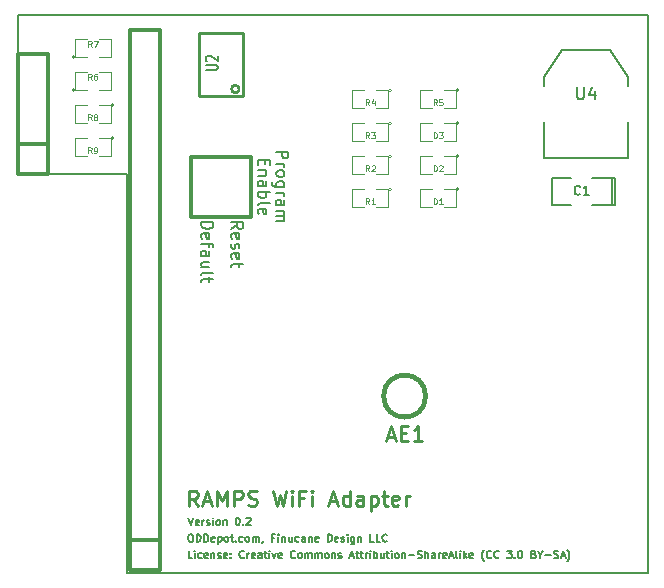
<source format=gto>
G04 (created by PCBNEW (2012-nov-02)-testing) date Wed 19 Jun 2013 11:23:59 AM CDT*
%MOIN*%
G04 Gerber Fmt 3.4, Leading zero omitted, Abs format*
%FSLAX34Y34*%
G01*
G70*
G90*
G04 APERTURE LIST*
%ADD10C,0.006*%
%ADD11C,0.00625*%
%ADD12C,0.008*%
%ADD13C,0.005*%
%ADD14C,0.01*%
%ADD15C,0.00590551*%
%ADD16C,0.0039*%
%ADD17C,0.012*%
%ADD18C,0.015*%
%ADD19C,0.0075*%
%ADD20C,0.0043*%
G04 APERTURE END LIST*
G54D10*
G54D11*
X80542Y-65101D02*
X80625Y-65351D01*
X80709Y-65101D01*
X80887Y-65339D02*
X80863Y-65351D01*
X80816Y-65351D01*
X80792Y-65339D01*
X80780Y-65315D01*
X80780Y-65220D01*
X80792Y-65196D01*
X80816Y-65184D01*
X80863Y-65184D01*
X80887Y-65196D01*
X80899Y-65220D01*
X80899Y-65244D01*
X80780Y-65267D01*
X81006Y-65351D02*
X81006Y-65184D01*
X81006Y-65232D02*
X81018Y-65208D01*
X81030Y-65196D01*
X81054Y-65184D01*
X81078Y-65184D01*
X81149Y-65339D02*
X81173Y-65351D01*
X81220Y-65351D01*
X81244Y-65339D01*
X81256Y-65315D01*
X81256Y-65303D01*
X81244Y-65279D01*
X81220Y-65267D01*
X81185Y-65267D01*
X81161Y-65255D01*
X81149Y-65232D01*
X81149Y-65220D01*
X81161Y-65196D01*
X81185Y-65184D01*
X81220Y-65184D01*
X81244Y-65196D01*
X81363Y-65351D02*
X81363Y-65184D01*
X81363Y-65101D02*
X81351Y-65113D01*
X81363Y-65125D01*
X81375Y-65113D01*
X81363Y-65101D01*
X81363Y-65125D01*
X81518Y-65351D02*
X81494Y-65339D01*
X81482Y-65327D01*
X81470Y-65303D01*
X81470Y-65232D01*
X81482Y-65208D01*
X81494Y-65196D01*
X81518Y-65184D01*
X81554Y-65184D01*
X81578Y-65196D01*
X81590Y-65208D01*
X81601Y-65232D01*
X81601Y-65303D01*
X81590Y-65327D01*
X81578Y-65339D01*
X81554Y-65351D01*
X81518Y-65351D01*
X81709Y-65184D02*
X81709Y-65351D01*
X81709Y-65208D02*
X81720Y-65196D01*
X81744Y-65184D01*
X81780Y-65184D01*
X81804Y-65196D01*
X81816Y-65220D01*
X81816Y-65351D01*
X82173Y-65101D02*
X82197Y-65101D01*
X82220Y-65113D01*
X82232Y-65125D01*
X82244Y-65148D01*
X82256Y-65196D01*
X82256Y-65255D01*
X82244Y-65303D01*
X82232Y-65327D01*
X82220Y-65339D01*
X82197Y-65351D01*
X82173Y-65351D01*
X82149Y-65339D01*
X82137Y-65327D01*
X82125Y-65303D01*
X82113Y-65255D01*
X82113Y-65196D01*
X82125Y-65148D01*
X82137Y-65125D01*
X82149Y-65113D01*
X82173Y-65101D01*
X82363Y-65327D02*
X82375Y-65339D01*
X82363Y-65351D01*
X82351Y-65339D01*
X82363Y-65327D01*
X82363Y-65351D01*
X82470Y-65125D02*
X82482Y-65113D01*
X82506Y-65101D01*
X82566Y-65101D01*
X82590Y-65113D01*
X82601Y-65125D01*
X82613Y-65148D01*
X82613Y-65172D01*
X82601Y-65208D01*
X82459Y-65351D01*
X82613Y-65351D01*
G54D12*
X83087Y-53165D02*
X83087Y-53298D01*
X82878Y-53355D02*
X82878Y-53165D01*
X83278Y-53165D01*
X83278Y-53355D01*
X83144Y-53527D02*
X82878Y-53527D01*
X83106Y-53527D02*
X83125Y-53546D01*
X83144Y-53584D01*
X83144Y-53641D01*
X83125Y-53679D01*
X83087Y-53698D01*
X82878Y-53698D01*
X82878Y-54060D02*
X83087Y-54060D01*
X83125Y-54041D01*
X83144Y-54003D01*
X83144Y-53927D01*
X83125Y-53889D01*
X82897Y-54060D02*
X82878Y-54022D01*
X82878Y-53927D01*
X82897Y-53889D01*
X82935Y-53870D01*
X82973Y-53870D01*
X83011Y-53889D01*
X83030Y-53927D01*
X83030Y-54022D01*
X83049Y-54060D01*
X82878Y-54250D02*
X83278Y-54250D01*
X83125Y-54250D02*
X83144Y-54289D01*
X83144Y-54365D01*
X83125Y-54403D01*
X83106Y-54422D01*
X83068Y-54441D01*
X82954Y-54441D01*
X82916Y-54422D01*
X82897Y-54403D01*
X82878Y-54365D01*
X82878Y-54289D01*
X82897Y-54250D01*
X82878Y-54670D02*
X82897Y-54631D01*
X82935Y-54612D01*
X83278Y-54612D01*
X82897Y-54974D02*
X82878Y-54936D01*
X82878Y-54860D01*
X82897Y-54822D01*
X82935Y-54803D01*
X83087Y-54803D01*
X83125Y-54822D01*
X83144Y-54860D01*
X83144Y-54936D01*
X83125Y-54974D01*
X83087Y-54993D01*
X83049Y-54993D01*
X83011Y-54803D01*
G54D13*
X80673Y-66451D02*
X80554Y-66451D01*
X80554Y-66201D01*
X80757Y-66451D02*
X80757Y-66284D01*
X80757Y-66201D02*
X80745Y-66213D01*
X80757Y-66225D01*
X80769Y-66213D01*
X80757Y-66201D01*
X80757Y-66225D01*
X80983Y-66439D02*
X80959Y-66451D01*
X80911Y-66451D01*
X80888Y-66439D01*
X80876Y-66427D01*
X80864Y-66403D01*
X80864Y-66332D01*
X80876Y-66308D01*
X80888Y-66296D01*
X80911Y-66284D01*
X80959Y-66284D01*
X80983Y-66296D01*
X81185Y-66439D02*
X81161Y-66451D01*
X81114Y-66451D01*
X81090Y-66439D01*
X81078Y-66415D01*
X81078Y-66320D01*
X81090Y-66296D01*
X81114Y-66284D01*
X81161Y-66284D01*
X81185Y-66296D01*
X81197Y-66320D01*
X81197Y-66344D01*
X81078Y-66367D01*
X81304Y-66284D02*
X81304Y-66451D01*
X81304Y-66308D02*
X81316Y-66296D01*
X81340Y-66284D01*
X81376Y-66284D01*
X81399Y-66296D01*
X81411Y-66320D01*
X81411Y-66451D01*
X81519Y-66439D02*
X81542Y-66451D01*
X81590Y-66451D01*
X81614Y-66439D01*
X81626Y-66415D01*
X81626Y-66403D01*
X81614Y-66379D01*
X81590Y-66367D01*
X81554Y-66367D01*
X81530Y-66355D01*
X81519Y-66332D01*
X81519Y-66320D01*
X81530Y-66296D01*
X81554Y-66284D01*
X81590Y-66284D01*
X81614Y-66296D01*
X81828Y-66439D02*
X81804Y-66451D01*
X81757Y-66451D01*
X81733Y-66439D01*
X81721Y-66415D01*
X81721Y-66320D01*
X81733Y-66296D01*
X81757Y-66284D01*
X81804Y-66284D01*
X81828Y-66296D01*
X81840Y-66320D01*
X81840Y-66344D01*
X81721Y-66367D01*
X81947Y-66427D02*
X81959Y-66439D01*
X81947Y-66451D01*
X81935Y-66439D01*
X81947Y-66427D01*
X81947Y-66451D01*
X81947Y-66296D02*
X81959Y-66308D01*
X81947Y-66320D01*
X81935Y-66308D01*
X81947Y-66296D01*
X81947Y-66320D01*
X82399Y-66427D02*
X82388Y-66439D01*
X82352Y-66451D01*
X82328Y-66451D01*
X82292Y-66439D01*
X82269Y-66415D01*
X82257Y-66391D01*
X82245Y-66344D01*
X82245Y-66308D01*
X82257Y-66260D01*
X82269Y-66236D01*
X82292Y-66213D01*
X82328Y-66201D01*
X82352Y-66201D01*
X82388Y-66213D01*
X82399Y-66225D01*
X82507Y-66451D02*
X82507Y-66284D01*
X82507Y-66332D02*
X82519Y-66308D01*
X82530Y-66296D01*
X82554Y-66284D01*
X82578Y-66284D01*
X82757Y-66439D02*
X82733Y-66451D01*
X82685Y-66451D01*
X82661Y-66439D01*
X82649Y-66415D01*
X82649Y-66320D01*
X82661Y-66296D01*
X82685Y-66284D01*
X82733Y-66284D01*
X82757Y-66296D01*
X82769Y-66320D01*
X82769Y-66344D01*
X82649Y-66367D01*
X82983Y-66451D02*
X82983Y-66320D01*
X82971Y-66296D01*
X82947Y-66284D01*
X82899Y-66284D01*
X82876Y-66296D01*
X82983Y-66439D02*
X82959Y-66451D01*
X82899Y-66451D01*
X82876Y-66439D01*
X82864Y-66415D01*
X82864Y-66391D01*
X82876Y-66367D01*
X82899Y-66355D01*
X82959Y-66355D01*
X82983Y-66344D01*
X83066Y-66284D02*
X83161Y-66284D01*
X83102Y-66201D02*
X83102Y-66415D01*
X83114Y-66439D01*
X83138Y-66451D01*
X83161Y-66451D01*
X83245Y-66451D02*
X83245Y-66284D01*
X83245Y-66201D02*
X83233Y-66213D01*
X83245Y-66225D01*
X83257Y-66213D01*
X83245Y-66201D01*
X83245Y-66225D01*
X83340Y-66284D02*
X83399Y-66451D01*
X83459Y-66284D01*
X83649Y-66439D02*
X83626Y-66451D01*
X83578Y-66451D01*
X83554Y-66439D01*
X83542Y-66415D01*
X83542Y-66320D01*
X83554Y-66296D01*
X83578Y-66284D01*
X83626Y-66284D01*
X83649Y-66296D01*
X83661Y-66320D01*
X83661Y-66344D01*
X83542Y-66367D01*
X84102Y-66427D02*
X84090Y-66439D01*
X84054Y-66451D01*
X84030Y-66451D01*
X83995Y-66439D01*
X83971Y-66415D01*
X83959Y-66391D01*
X83947Y-66344D01*
X83947Y-66308D01*
X83959Y-66260D01*
X83971Y-66236D01*
X83995Y-66213D01*
X84030Y-66201D01*
X84054Y-66201D01*
X84090Y-66213D01*
X84102Y-66225D01*
X84245Y-66451D02*
X84221Y-66439D01*
X84209Y-66427D01*
X84197Y-66403D01*
X84197Y-66332D01*
X84209Y-66308D01*
X84221Y-66296D01*
X84245Y-66284D01*
X84280Y-66284D01*
X84304Y-66296D01*
X84316Y-66308D01*
X84328Y-66332D01*
X84328Y-66403D01*
X84316Y-66427D01*
X84304Y-66439D01*
X84280Y-66451D01*
X84245Y-66451D01*
X84435Y-66451D02*
X84435Y-66284D01*
X84435Y-66308D02*
X84447Y-66296D01*
X84471Y-66284D01*
X84507Y-66284D01*
X84530Y-66296D01*
X84542Y-66320D01*
X84542Y-66451D01*
X84542Y-66320D02*
X84554Y-66296D01*
X84578Y-66284D01*
X84614Y-66284D01*
X84638Y-66296D01*
X84650Y-66320D01*
X84650Y-66451D01*
X84769Y-66451D02*
X84769Y-66284D01*
X84769Y-66308D02*
X84780Y-66296D01*
X84804Y-66284D01*
X84840Y-66284D01*
X84864Y-66296D01*
X84876Y-66320D01*
X84876Y-66451D01*
X84876Y-66320D02*
X84888Y-66296D01*
X84911Y-66284D01*
X84947Y-66284D01*
X84971Y-66296D01*
X84983Y-66320D01*
X84983Y-66451D01*
X85138Y-66451D02*
X85114Y-66439D01*
X85102Y-66427D01*
X85090Y-66403D01*
X85090Y-66332D01*
X85102Y-66308D01*
X85114Y-66296D01*
X85138Y-66284D01*
X85173Y-66284D01*
X85197Y-66296D01*
X85209Y-66308D01*
X85221Y-66332D01*
X85221Y-66403D01*
X85209Y-66427D01*
X85197Y-66439D01*
X85173Y-66451D01*
X85138Y-66451D01*
X85328Y-66284D02*
X85328Y-66451D01*
X85328Y-66308D02*
X85340Y-66296D01*
X85364Y-66284D01*
X85400Y-66284D01*
X85423Y-66296D01*
X85435Y-66320D01*
X85435Y-66451D01*
X85542Y-66439D02*
X85566Y-66451D01*
X85614Y-66451D01*
X85638Y-66439D01*
X85650Y-66415D01*
X85650Y-66403D01*
X85638Y-66379D01*
X85614Y-66367D01*
X85578Y-66367D01*
X85554Y-66355D01*
X85542Y-66332D01*
X85542Y-66320D01*
X85554Y-66296D01*
X85578Y-66284D01*
X85614Y-66284D01*
X85638Y-66296D01*
X85935Y-66379D02*
X86054Y-66379D01*
X85911Y-66451D02*
X85995Y-66201D01*
X86078Y-66451D01*
X86126Y-66284D02*
X86221Y-66284D01*
X86161Y-66201D02*
X86161Y-66415D01*
X86173Y-66439D01*
X86197Y-66451D01*
X86221Y-66451D01*
X86269Y-66284D02*
X86364Y-66284D01*
X86304Y-66201D02*
X86304Y-66415D01*
X86316Y-66439D01*
X86340Y-66451D01*
X86364Y-66451D01*
X86447Y-66451D02*
X86447Y-66284D01*
X86447Y-66332D02*
X86459Y-66308D01*
X86471Y-66296D01*
X86495Y-66284D01*
X86519Y-66284D01*
X86602Y-66451D02*
X86602Y-66284D01*
X86602Y-66201D02*
X86590Y-66213D01*
X86602Y-66225D01*
X86614Y-66213D01*
X86602Y-66201D01*
X86602Y-66225D01*
X86721Y-66451D02*
X86721Y-66201D01*
X86721Y-66296D02*
X86745Y-66284D01*
X86792Y-66284D01*
X86816Y-66296D01*
X86828Y-66308D01*
X86840Y-66332D01*
X86840Y-66403D01*
X86828Y-66427D01*
X86816Y-66439D01*
X86792Y-66451D01*
X86745Y-66451D01*
X86721Y-66439D01*
X87054Y-66284D02*
X87054Y-66451D01*
X86947Y-66284D02*
X86947Y-66415D01*
X86959Y-66439D01*
X86983Y-66451D01*
X87019Y-66451D01*
X87042Y-66439D01*
X87054Y-66427D01*
X87138Y-66284D02*
X87233Y-66284D01*
X87173Y-66201D02*
X87173Y-66415D01*
X87185Y-66439D01*
X87209Y-66451D01*
X87233Y-66451D01*
X87316Y-66451D02*
X87316Y-66284D01*
X87316Y-66201D02*
X87304Y-66213D01*
X87316Y-66225D01*
X87328Y-66213D01*
X87316Y-66201D01*
X87316Y-66225D01*
X87471Y-66451D02*
X87447Y-66439D01*
X87435Y-66427D01*
X87423Y-66403D01*
X87423Y-66332D01*
X87435Y-66308D01*
X87447Y-66296D01*
X87471Y-66284D01*
X87507Y-66284D01*
X87530Y-66296D01*
X87542Y-66308D01*
X87554Y-66332D01*
X87554Y-66403D01*
X87542Y-66427D01*
X87530Y-66439D01*
X87507Y-66451D01*
X87471Y-66451D01*
X87661Y-66284D02*
X87661Y-66451D01*
X87661Y-66308D02*
X87673Y-66296D01*
X87697Y-66284D01*
X87733Y-66284D01*
X87757Y-66296D01*
X87769Y-66320D01*
X87769Y-66451D01*
X87888Y-66355D02*
X88078Y-66355D01*
X88185Y-66439D02*
X88221Y-66451D01*
X88280Y-66451D01*
X88304Y-66439D01*
X88316Y-66427D01*
X88328Y-66403D01*
X88328Y-66379D01*
X88316Y-66355D01*
X88304Y-66344D01*
X88280Y-66332D01*
X88233Y-66320D01*
X88209Y-66308D01*
X88197Y-66296D01*
X88185Y-66272D01*
X88185Y-66248D01*
X88197Y-66225D01*
X88209Y-66213D01*
X88233Y-66201D01*
X88292Y-66201D01*
X88328Y-66213D01*
X88435Y-66451D02*
X88435Y-66201D01*
X88542Y-66451D02*
X88542Y-66320D01*
X88530Y-66296D01*
X88507Y-66284D01*
X88471Y-66284D01*
X88447Y-66296D01*
X88435Y-66308D01*
X88769Y-66451D02*
X88769Y-66320D01*
X88757Y-66296D01*
X88733Y-66284D01*
X88685Y-66284D01*
X88661Y-66296D01*
X88769Y-66439D02*
X88745Y-66451D01*
X88685Y-66451D01*
X88661Y-66439D01*
X88650Y-66415D01*
X88650Y-66391D01*
X88661Y-66367D01*
X88685Y-66355D01*
X88745Y-66355D01*
X88769Y-66344D01*
X88888Y-66451D02*
X88888Y-66284D01*
X88888Y-66332D02*
X88900Y-66308D01*
X88911Y-66296D01*
X88935Y-66284D01*
X88959Y-66284D01*
X89138Y-66439D02*
X89114Y-66451D01*
X89066Y-66451D01*
X89042Y-66439D01*
X89030Y-66415D01*
X89030Y-66320D01*
X89042Y-66296D01*
X89066Y-66284D01*
X89114Y-66284D01*
X89138Y-66296D01*
X89150Y-66320D01*
X89150Y-66344D01*
X89030Y-66367D01*
X89245Y-66379D02*
X89364Y-66379D01*
X89221Y-66451D02*
X89304Y-66201D01*
X89388Y-66451D01*
X89507Y-66451D02*
X89483Y-66439D01*
X89471Y-66415D01*
X89471Y-66201D01*
X89602Y-66451D02*
X89602Y-66284D01*
X89602Y-66201D02*
X89590Y-66213D01*
X89602Y-66225D01*
X89614Y-66213D01*
X89602Y-66201D01*
X89602Y-66225D01*
X89721Y-66451D02*
X89721Y-66201D01*
X89745Y-66355D02*
X89816Y-66451D01*
X89816Y-66284D02*
X89721Y-66379D01*
X90019Y-66439D02*
X89995Y-66451D01*
X89947Y-66451D01*
X89923Y-66439D01*
X89911Y-66415D01*
X89911Y-66320D01*
X89923Y-66296D01*
X89947Y-66284D01*
X89995Y-66284D01*
X90019Y-66296D01*
X90030Y-66320D01*
X90030Y-66344D01*
X89911Y-66367D01*
X90400Y-66546D02*
X90388Y-66534D01*
X90364Y-66498D01*
X90352Y-66475D01*
X90340Y-66439D01*
X90328Y-66379D01*
X90328Y-66332D01*
X90340Y-66272D01*
X90352Y-66236D01*
X90364Y-66213D01*
X90388Y-66177D01*
X90400Y-66165D01*
X90638Y-66427D02*
X90626Y-66439D01*
X90590Y-66451D01*
X90566Y-66451D01*
X90530Y-66439D01*
X90507Y-66415D01*
X90495Y-66391D01*
X90483Y-66344D01*
X90483Y-66308D01*
X90495Y-66260D01*
X90507Y-66236D01*
X90530Y-66213D01*
X90566Y-66201D01*
X90590Y-66201D01*
X90626Y-66213D01*
X90638Y-66225D01*
X90888Y-66427D02*
X90876Y-66439D01*
X90840Y-66451D01*
X90816Y-66451D01*
X90780Y-66439D01*
X90757Y-66415D01*
X90745Y-66391D01*
X90733Y-66344D01*
X90733Y-66308D01*
X90745Y-66260D01*
X90757Y-66236D01*
X90780Y-66213D01*
X90816Y-66201D01*
X90840Y-66201D01*
X90876Y-66213D01*
X90888Y-66225D01*
X91161Y-66201D02*
X91316Y-66201D01*
X91233Y-66296D01*
X91269Y-66296D01*
X91292Y-66308D01*
X91304Y-66320D01*
X91316Y-66344D01*
X91316Y-66403D01*
X91304Y-66427D01*
X91292Y-66439D01*
X91269Y-66451D01*
X91197Y-66451D01*
X91173Y-66439D01*
X91161Y-66427D01*
X91423Y-66427D02*
X91435Y-66439D01*
X91423Y-66451D01*
X91411Y-66439D01*
X91423Y-66427D01*
X91423Y-66451D01*
X91590Y-66201D02*
X91614Y-66201D01*
X91638Y-66213D01*
X91650Y-66225D01*
X91661Y-66248D01*
X91673Y-66296D01*
X91673Y-66355D01*
X91661Y-66403D01*
X91650Y-66427D01*
X91638Y-66439D01*
X91614Y-66451D01*
X91590Y-66451D01*
X91566Y-66439D01*
X91554Y-66427D01*
X91542Y-66403D01*
X91530Y-66355D01*
X91530Y-66296D01*
X91542Y-66248D01*
X91554Y-66225D01*
X91566Y-66213D01*
X91590Y-66201D01*
X92054Y-66320D02*
X92090Y-66332D01*
X92102Y-66344D01*
X92114Y-66367D01*
X92114Y-66403D01*
X92102Y-66427D01*
X92090Y-66439D01*
X92066Y-66451D01*
X91971Y-66451D01*
X91971Y-66201D01*
X92054Y-66201D01*
X92078Y-66213D01*
X92090Y-66225D01*
X92102Y-66248D01*
X92102Y-66272D01*
X92090Y-66296D01*
X92078Y-66308D01*
X92054Y-66320D01*
X91971Y-66320D01*
X92269Y-66332D02*
X92269Y-66451D01*
X92185Y-66201D02*
X92269Y-66332D01*
X92352Y-66201D01*
X92435Y-66355D02*
X92626Y-66355D01*
X92733Y-66439D02*
X92769Y-66451D01*
X92828Y-66451D01*
X92852Y-66439D01*
X92864Y-66427D01*
X92876Y-66403D01*
X92876Y-66379D01*
X92864Y-66355D01*
X92852Y-66344D01*
X92828Y-66332D01*
X92780Y-66320D01*
X92757Y-66308D01*
X92745Y-66296D01*
X92733Y-66272D01*
X92733Y-66248D01*
X92745Y-66225D01*
X92757Y-66213D01*
X92780Y-66201D01*
X92840Y-66201D01*
X92876Y-66213D01*
X92971Y-66379D02*
X93090Y-66379D01*
X92947Y-66451D02*
X93030Y-66201D01*
X93114Y-66451D01*
X93173Y-66546D02*
X93185Y-66534D01*
X93209Y-66498D01*
X93221Y-66475D01*
X93233Y-66439D01*
X93245Y-66379D01*
X93245Y-66332D01*
X93233Y-66272D01*
X93221Y-66236D01*
X93209Y-66213D01*
X93185Y-66177D01*
X93173Y-66165D01*
X80599Y-65651D02*
X80647Y-65651D01*
X80671Y-65663D01*
X80695Y-65686D01*
X80707Y-65734D01*
X80707Y-65817D01*
X80695Y-65865D01*
X80671Y-65889D01*
X80647Y-65901D01*
X80599Y-65901D01*
X80576Y-65889D01*
X80552Y-65865D01*
X80540Y-65817D01*
X80540Y-65734D01*
X80552Y-65686D01*
X80576Y-65663D01*
X80599Y-65651D01*
X80814Y-65901D02*
X80814Y-65651D01*
X80873Y-65651D01*
X80909Y-65663D01*
X80933Y-65686D01*
X80945Y-65710D01*
X80957Y-65758D01*
X80957Y-65794D01*
X80945Y-65841D01*
X80933Y-65865D01*
X80909Y-65889D01*
X80873Y-65901D01*
X80814Y-65901D01*
X81064Y-65901D02*
X81064Y-65651D01*
X81123Y-65651D01*
X81159Y-65663D01*
X81183Y-65686D01*
X81195Y-65710D01*
X81207Y-65758D01*
X81207Y-65794D01*
X81195Y-65841D01*
X81183Y-65865D01*
X81159Y-65889D01*
X81123Y-65901D01*
X81064Y-65901D01*
X81409Y-65889D02*
X81385Y-65901D01*
X81338Y-65901D01*
X81314Y-65889D01*
X81302Y-65865D01*
X81302Y-65770D01*
X81314Y-65746D01*
X81338Y-65734D01*
X81385Y-65734D01*
X81409Y-65746D01*
X81421Y-65770D01*
X81421Y-65794D01*
X81302Y-65817D01*
X81528Y-65734D02*
X81528Y-65984D01*
X81528Y-65746D02*
X81552Y-65734D01*
X81599Y-65734D01*
X81623Y-65746D01*
X81635Y-65758D01*
X81647Y-65782D01*
X81647Y-65853D01*
X81635Y-65877D01*
X81623Y-65889D01*
X81599Y-65901D01*
X81552Y-65901D01*
X81528Y-65889D01*
X81790Y-65901D02*
X81766Y-65889D01*
X81754Y-65877D01*
X81742Y-65853D01*
X81742Y-65782D01*
X81754Y-65758D01*
X81766Y-65746D01*
X81790Y-65734D01*
X81826Y-65734D01*
X81849Y-65746D01*
X81861Y-65758D01*
X81873Y-65782D01*
X81873Y-65853D01*
X81861Y-65877D01*
X81849Y-65889D01*
X81826Y-65901D01*
X81790Y-65901D01*
X81945Y-65734D02*
X82040Y-65734D01*
X81980Y-65651D02*
X81980Y-65865D01*
X81992Y-65889D01*
X82016Y-65901D01*
X82040Y-65901D01*
X82123Y-65877D02*
X82135Y-65889D01*
X82123Y-65901D01*
X82111Y-65889D01*
X82123Y-65877D01*
X82123Y-65901D01*
X82349Y-65889D02*
X82326Y-65901D01*
X82278Y-65901D01*
X82254Y-65889D01*
X82242Y-65877D01*
X82230Y-65853D01*
X82230Y-65782D01*
X82242Y-65758D01*
X82254Y-65746D01*
X82278Y-65734D01*
X82326Y-65734D01*
X82349Y-65746D01*
X82492Y-65901D02*
X82469Y-65889D01*
X82457Y-65877D01*
X82445Y-65853D01*
X82445Y-65782D01*
X82457Y-65758D01*
X82469Y-65746D01*
X82492Y-65734D01*
X82528Y-65734D01*
X82552Y-65746D01*
X82564Y-65758D01*
X82576Y-65782D01*
X82576Y-65853D01*
X82564Y-65877D01*
X82552Y-65889D01*
X82528Y-65901D01*
X82492Y-65901D01*
X82683Y-65901D02*
X82683Y-65734D01*
X82683Y-65758D02*
X82695Y-65746D01*
X82719Y-65734D01*
X82754Y-65734D01*
X82778Y-65746D01*
X82790Y-65770D01*
X82790Y-65901D01*
X82790Y-65770D02*
X82802Y-65746D01*
X82826Y-65734D01*
X82861Y-65734D01*
X82885Y-65746D01*
X82897Y-65770D01*
X82897Y-65901D01*
X83028Y-65889D02*
X83028Y-65901D01*
X83016Y-65925D01*
X83004Y-65936D01*
X83409Y-65770D02*
X83326Y-65770D01*
X83326Y-65901D02*
X83326Y-65651D01*
X83445Y-65651D01*
X83540Y-65901D02*
X83540Y-65734D01*
X83540Y-65651D02*
X83528Y-65663D01*
X83540Y-65675D01*
X83552Y-65663D01*
X83540Y-65651D01*
X83540Y-65675D01*
X83659Y-65734D02*
X83659Y-65901D01*
X83659Y-65758D02*
X83671Y-65746D01*
X83695Y-65734D01*
X83730Y-65734D01*
X83754Y-65746D01*
X83766Y-65770D01*
X83766Y-65901D01*
X83992Y-65734D02*
X83992Y-65901D01*
X83885Y-65734D02*
X83885Y-65865D01*
X83897Y-65889D01*
X83921Y-65901D01*
X83957Y-65901D01*
X83980Y-65889D01*
X83992Y-65877D01*
X84219Y-65889D02*
X84195Y-65901D01*
X84147Y-65901D01*
X84123Y-65889D01*
X84111Y-65877D01*
X84099Y-65853D01*
X84099Y-65782D01*
X84111Y-65758D01*
X84123Y-65746D01*
X84147Y-65734D01*
X84195Y-65734D01*
X84219Y-65746D01*
X84433Y-65901D02*
X84433Y-65770D01*
X84421Y-65746D01*
X84397Y-65734D01*
X84350Y-65734D01*
X84326Y-65746D01*
X84433Y-65889D02*
X84409Y-65901D01*
X84350Y-65901D01*
X84326Y-65889D01*
X84314Y-65865D01*
X84314Y-65841D01*
X84326Y-65817D01*
X84350Y-65805D01*
X84409Y-65805D01*
X84433Y-65794D01*
X84552Y-65734D02*
X84552Y-65901D01*
X84552Y-65758D02*
X84564Y-65746D01*
X84588Y-65734D01*
X84623Y-65734D01*
X84647Y-65746D01*
X84659Y-65770D01*
X84659Y-65901D01*
X84873Y-65889D02*
X84850Y-65901D01*
X84802Y-65901D01*
X84778Y-65889D01*
X84766Y-65865D01*
X84766Y-65770D01*
X84778Y-65746D01*
X84802Y-65734D01*
X84850Y-65734D01*
X84873Y-65746D01*
X84885Y-65770D01*
X84885Y-65794D01*
X84766Y-65817D01*
X85183Y-65901D02*
X85183Y-65651D01*
X85242Y-65651D01*
X85278Y-65663D01*
X85302Y-65686D01*
X85314Y-65710D01*
X85326Y-65758D01*
X85326Y-65794D01*
X85314Y-65841D01*
X85302Y-65865D01*
X85278Y-65889D01*
X85242Y-65901D01*
X85183Y-65901D01*
X85528Y-65889D02*
X85504Y-65901D01*
X85457Y-65901D01*
X85433Y-65889D01*
X85421Y-65865D01*
X85421Y-65770D01*
X85433Y-65746D01*
X85457Y-65734D01*
X85504Y-65734D01*
X85528Y-65746D01*
X85540Y-65770D01*
X85540Y-65794D01*
X85421Y-65817D01*
X85635Y-65889D02*
X85659Y-65901D01*
X85707Y-65901D01*
X85730Y-65889D01*
X85742Y-65865D01*
X85742Y-65853D01*
X85730Y-65829D01*
X85707Y-65817D01*
X85671Y-65817D01*
X85647Y-65805D01*
X85635Y-65782D01*
X85635Y-65770D01*
X85647Y-65746D01*
X85671Y-65734D01*
X85707Y-65734D01*
X85730Y-65746D01*
X85850Y-65901D02*
X85850Y-65734D01*
X85850Y-65651D02*
X85838Y-65663D01*
X85850Y-65675D01*
X85861Y-65663D01*
X85850Y-65651D01*
X85850Y-65675D01*
X86076Y-65734D02*
X86076Y-65936D01*
X86064Y-65960D01*
X86052Y-65972D01*
X86028Y-65984D01*
X85992Y-65984D01*
X85969Y-65972D01*
X86076Y-65889D02*
X86052Y-65901D01*
X86004Y-65901D01*
X85980Y-65889D01*
X85969Y-65877D01*
X85957Y-65853D01*
X85957Y-65782D01*
X85969Y-65758D01*
X85980Y-65746D01*
X86004Y-65734D01*
X86052Y-65734D01*
X86076Y-65746D01*
X86195Y-65734D02*
X86195Y-65901D01*
X86195Y-65758D02*
X86207Y-65746D01*
X86230Y-65734D01*
X86266Y-65734D01*
X86290Y-65746D01*
X86302Y-65770D01*
X86302Y-65901D01*
X86730Y-65901D02*
X86611Y-65901D01*
X86611Y-65651D01*
X86933Y-65901D02*
X86814Y-65901D01*
X86814Y-65651D01*
X87159Y-65877D02*
X87147Y-65889D01*
X87111Y-65901D01*
X87088Y-65901D01*
X87052Y-65889D01*
X87028Y-65865D01*
X87016Y-65841D01*
X87004Y-65794D01*
X87004Y-65758D01*
X87016Y-65710D01*
X87028Y-65686D01*
X87052Y-65663D01*
X87088Y-65651D01*
X87111Y-65651D01*
X87147Y-65663D01*
X87159Y-65675D01*
G54D14*
X80852Y-64702D02*
X80686Y-64464D01*
X80567Y-64702D02*
X80567Y-64202D01*
X80757Y-64202D01*
X80805Y-64226D01*
X80829Y-64250D01*
X80852Y-64297D01*
X80852Y-64369D01*
X80829Y-64416D01*
X80805Y-64440D01*
X80757Y-64464D01*
X80567Y-64464D01*
X81043Y-64559D02*
X81281Y-64559D01*
X80995Y-64702D02*
X81162Y-64202D01*
X81329Y-64702D01*
X81495Y-64702D02*
X81495Y-64202D01*
X81662Y-64559D01*
X81829Y-64202D01*
X81829Y-64702D01*
X82067Y-64702D02*
X82067Y-64202D01*
X82257Y-64202D01*
X82305Y-64226D01*
X82329Y-64250D01*
X82352Y-64297D01*
X82352Y-64369D01*
X82329Y-64416D01*
X82305Y-64440D01*
X82257Y-64464D01*
X82067Y-64464D01*
X82543Y-64678D02*
X82614Y-64702D01*
X82733Y-64702D01*
X82781Y-64678D01*
X82805Y-64654D01*
X82829Y-64607D01*
X82829Y-64559D01*
X82805Y-64511D01*
X82781Y-64488D01*
X82733Y-64464D01*
X82638Y-64440D01*
X82590Y-64416D01*
X82567Y-64392D01*
X82543Y-64345D01*
X82543Y-64297D01*
X82567Y-64250D01*
X82590Y-64226D01*
X82638Y-64202D01*
X82757Y-64202D01*
X82829Y-64226D01*
X83376Y-64202D02*
X83495Y-64702D01*
X83590Y-64345D01*
X83686Y-64702D01*
X83805Y-64202D01*
X83995Y-64702D02*
X83995Y-64369D01*
X83995Y-64202D02*
X83971Y-64226D01*
X83995Y-64250D01*
X84019Y-64226D01*
X83995Y-64202D01*
X83995Y-64250D01*
X84400Y-64440D02*
X84233Y-64440D01*
X84233Y-64702D02*
X84233Y-64202D01*
X84471Y-64202D01*
X84662Y-64702D02*
X84662Y-64369D01*
X84662Y-64202D02*
X84638Y-64226D01*
X84662Y-64250D01*
X84686Y-64226D01*
X84662Y-64202D01*
X84662Y-64250D01*
X85257Y-64559D02*
X85495Y-64559D01*
X85210Y-64702D02*
X85376Y-64202D01*
X85543Y-64702D01*
X85924Y-64702D02*
X85924Y-64202D01*
X85924Y-64678D02*
X85876Y-64702D01*
X85781Y-64702D01*
X85733Y-64678D01*
X85710Y-64654D01*
X85686Y-64607D01*
X85686Y-64464D01*
X85710Y-64416D01*
X85733Y-64392D01*
X85781Y-64369D01*
X85876Y-64369D01*
X85924Y-64392D01*
X86376Y-64702D02*
X86376Y-64440D01*
X86352Y-64392D01*
X86305Y-64369D01*
X86210Y-64369D01*
X86162Y-64392D01*
X86376Y-64678D02*
X86329Y-64702D01*
X86210Y-64702D01*
X86162Y-64678D01*
X86138Y-64630D01*
X86138Y-64583D01*
X86162Y-64535D01*
X86210Y-64511D01*
X86329Y-64511D01*
X86376Y-64488D01*
X86614Y-64369D02*
X86614Y-64869D01*
X86614Y-64392D02*
X86662Y-64369D01*
X86757Y-64369D01*
X86805Y-64392D01*
X86829Y-64416D01*
X86852Y-64464D01*
X86852Y-64607D01*
X86829Y-64654D01*
X86805Y-64678D01*
X86757Y-64702D01*
X86662Y-64702D01*
X86614Y-64678D01*
X86995Y-64369D02*
X87186Y-64369D01*
X87067Y-64202D02*
X87067Y-64630D01*
X87090Y-64678D01*
X87138Y-64702D01*
X87186Y-64702D01*
X87543Y-64678D02*
X87495Y-64702D01*
X87400Y-64702D01*
X87352Y-64678D01*
X87329Y-64630D01*
X87329Y-64440D01*
X87352Y-64392D01*
X87400Y-64369D01*
X87495Y-64369D01*
X87543Y-64392D01*
X87567Y-64440D01*
X87567Y-64488D01*
X87329Y-64535D01*
X87781Y-64702D02*
X87781Y-64369D01*
X87781Y-64464D02*
X87805Y-64416D01*
X87829Y-64392D01*
X87876Y-64369D01*
X87924Y-64369D01*
G54D12*
X83478Y-52898D02*
X83878Y-52898D01*
X83878Y-53050D01*
X83859Y-53088D01*
X83840Y-53107D01*
X83801Y-53126D01*
X83744Y-53126D01*
X83706Y-53107D01*
X83687Y-53088D01*
X83668Y-53050D01*
X83668Y-52898D01*
X83478Y-53298D02*
X83744Y-53298D01*
X83668Y-53298D02*
X83706Y-53317D01*
X83725Y-53336D01*
X83744Y-53374D01*
X83744Y-53412D01*
X83478Y-53602D02*
X83497Y-53564D01*
X83516Y-53545D01*
X83554Y-53526D01*
X83668Y-53526D01*
X83706Y-53545D01*
X83725Y-53564D01*
X83744Y-53602D01*
X83744Y-53660D01*
X83725Y-53698D01*
X83706Y-53717D01*
X83668Y-53736D01*
X83554Y-53736D01*
X83516Y-53717D01*
X83497Y-53698D01*
X83478Y-53660D01*
X83478Y-53602D01*
X83744Y-54079D02*
X83420Y-54079D01*
X83382Y-54060D01*
X83363Y-54040D01*
X83344Y-54002D01*
X83344Y-53945D01*
X83363Y-53907D01*
X83497Y-54079D02*
X83478Y-54040D01*
X83478Y-53964D01*
X83497Y-53926D01*
X83516Y-53907D01*
X83554Y-53888D01*
X83668Y-53888D01*
X83706Y-53907D01*
X83725Y-53926D01*
X83744Y-53964D01*
X83744Y-54040D01*
X83725Y-54079D01*
X83478Y-54269D02*
X83744Y-54269D01*
X83668Y-54269D02*
X83706Y-54288D01*
X83725Y-54307D01*
X83744Y-54345D01*
X83744Y-54383D01*
X83478Y-54688D02*
X83687Y-54688D01*
X83725Y-54669D01*
X83744Y-54631D01*
X83744Y-54555D01*
X83725Y-54517D01*
X83497Y-54688D02*
X83478Y-54650D01*
X83478Y-54555D01*
X83497Y-54517D01*
X83535Y-54498D01*
X83573Y-54498D01*
X83611Y-54517D01*
X83630Y-54555D01*
X83630Y-54650D01*
X83649Y-54688D01*
X83478Y-54879D02*
X83744Y-54879D01*
X83706Y-54879D02*
X83725Y-54898D01*
X83744Y-54936D01*
X83744Y-54993D01*
X83725Y-55031D01*
X83687Y-55050D01*
X83478Y-55050D01*
X83687Y-55050D02*
X83725Y-55069D01*
X83744Y-55107D01*
X83744Y-55164D01*
X83725Y-55202D01*
X83687Y-55221D01*
X83478Y-55221D01*
X80978Y-55248D02*
X81378Y-55248D01*
X81378Y-55343D01*
X81359Y-55400D01*
X81320Y-55439D01*
X81282Y-55458D01*
X81206Y-55477D01*
X81149Y-55477D01*
X81073Y-55458D01*
X81035Y-55439D01*
X80997Y-55400D01*
X80978Y-55343D01*
X80978Y-55248D01*
X80997Y-55800D02*
X80978Y-55762D01*
X80978Y-55686D01*
X80997Y-55648D01*
X81035Y-55629D01*
X81187Y-55629D01*
X81225Y-55648D01*
X81244Y-55686D01*
X81244Y-55762D01*
X81225Y-55800D01*
X81187Y-55820D01*
X81149Y-55820D01*
X81111Y-55629D01*
X81244Y-55934D02*
X81244Y-56086D01*
X80978Y-55991D02*
X81320Y-55991D01*
X81359Y-56010D01*
X81378Y-56048D01*
X81378Y-56086D01*
X80978Y-56391D02*
X81187Y-56391D01*
X81225Y-56372D01*
X81244Y-56334D01*
X81244Y-56258D01*
X81225Y-56220D01*
X80997Y-56391D02*
X80978Y-56353D01*
X80978Y-56258D01*
X80997Y-56220D01*
X81035Y-56200D01*
X81073Y-56200D01*
X81111Y-56220D01*
X81130Y-56258D01*
X81130Y-56353D01*
X81149Y-56391D01*
X81244Y-56753D02*
X80978Y-56753D01*
X81244Y-56581D02*
X81035Y-56581D01*
X80997Y-56600D01*
X80978Y-56639D01*
X80978Y-56696D01*
X80997Y-56734D01*
X81016Y-56753D01*
X80978Y-57000D02*
X80997Y-56962D01*
X81035Y-56943D01*
X81378Y-56943D01*
X81244Y-57096D02*
X81244Y-57248D01*
X81378Y-57153D02*
X81035Y-57153D01*
X80997Y-57172D01*
X80978Y-57210D01*
X80978Y-57248D01*
X81978Y-55474D02*
X82168Y-55341D01*
X81978Y-55246D02*
X82378Y-55246D01*
X82378Y-55398D01*
X82359Y-55436D01*
X82340Y-55455D01*
X82301Y-55474D01*
X82244Y-55474D01*
X82206Y-55455D01*
X82187Y-55436D01*
X82168Y-55398D01*
X82168Y-55246D01*
X81997Y-55798D02*
X81978Y-55760D01*
X81978Y-55684D01*
X81997Y-55646D01*
X82035Y-55627D01*
X82187Y-55627D01*
X82225Y-55646D01*
X82244Y-55684D01*
X82244Y-55760D01*
X82225Y-55798D01*
X82187Y-55817D01*
X82149Y-55817D01*
X82111Y-55627D01*
X81997Y-55970D02*
X81978Y-56008D01*
X81978Y-56084D01*
X81997Y-56122D01*
X82035Y-56141D01*
X82054Y-56141D01*
X82092Y-56122D01*
X82111Y-56084D01*
X82111Y-56027D01*
X82130Y-55989D01*
X82168Y-55970D01*
X82187Y-55970D01*
X82225Y-55989D01*
X82244Y-56027D01*
X82244Y-56084D01*
X82225Y-56122D01*
X81997Y-56465D02*
X81978Y-56427D01*
X81978Y-56350D01*
X81997Y-56312D01*
X82035Y-56293D01*
X82187Y-56293D01*
X82225Y-56312D01*
X82244Y-56350D01*
X82244Y-56427D01*
X82225Y-56465D01*
X82187Y-56484D01*
X82149Y-56484D01*
X82111Y-56293D01*
X82244Y-56598D02*
X82244Y-56750D01*
X82378Y-56655D02*
X82035Y-56655D01*
X81997Y-56674D01*
X81978Y-56712D01*
X81978Y-56750D01*
G54D15*
X95850Y-48350D02*
X95850Y-66950D01*
X74850Y-48350D02*
X74850Y-53650D01*
X95850Y-48350D02*
X74850Y-48350D01*
X78500Y-66950D02*
X95850Y-66950D01*
X78500Y-53650D02*
X78500Y-66950D01*
X74850Y-53650D02*
X78500Y-53650D01*
G54D14*
X80900Y-51050D02*
X80900Y-48950D01*
X80900Y-48950D02*
X82350Y-48950D01*
X82350Y-48950D02*
X82350Y-51050D01*
X82350Y-51050D02*
X80900Y-51050D01*
X82234Y-50817D02*
G75*
G03X82234Y-50817I-128J0D01*
G74*
G01*
G54D12*
X92400Y-51900D02*
X92400Y-53100D01*
X92400Y-53100D02*
X95200Y-53100D01*
X95200Y-53100D02*
X95200Y-51900D01*
X92400Y-50700D02*
X92400Y-50400D01*
X92400Y-50400D02*
X93000Y-49500D01*
X93000Y-49500D02*
X94600Y-49500D01*
X94600Y-49500D02*
X95200Y-50400D01*
X95200Y-50400D02*
X95200Y-50700D01*
G54D13*
X94650Y-54670D02*
X94750Y-54670D01*
X94750Y-54670D02*
X94750Y-53770D01*
X94750Y-53770D02*
X94650Y-53770D01*
X94650Y-54670D02*
X94650Y-53770D01*
X94650Y-53770D02*
X94000Y-53770D01*
X93300Y-54670D02*
X92650Y-54670D01*
X92650Y-54670D02*
X92650Y-53770D01*
X92650Y-53770D02*
X93300Y-53770D01*
X94000Y-54670D02*
X94650Y-54670D01*
G54D16*
X87310Y-54150D02*
G75*
G03X87310Y-54150I-50J0D01*
G74*
G01*
X86810Y-54150D02*
X87210Y-54150D01*
X87210Y-54150D02*
X87210Y-54750D01*
X87210Y-54750D02*
X86810Y-54750D01*
X86410Y-54750D02*
X86010Y-54750D01*
X86010Y-54750D02*
X86010Y-54150D01*
X86010Y-54150D02*
X86410Y-54150D01*
X87310Y-53050D02*
G75*
G03X87310Y-53050I-50J0D01*
G74*
G01*
X86810Y-53050D02*
X87210Y-53050D01*
X87210Y-53050D02*
X87210Y-53650D01*
X87210Y-53650D02*
X86810Y-53650D01*
X86410Y-53650D02*
X86010Y-53650D01*
X86010Y-53650D02*
X86010Y-53050D01*
X86010Y-53050D02*
X86410Y-53050D01*
X87310Y-51950D02*
G75*
G03X87310Y-51950I-50J0D01*
G74*
G01*
X86810Y-51950D02*
X87210Y-51950D01*
X87210Y-51950D02*
X87210Y-52550D01*
X87210Y-52550D02*
X86810Y-52550D01*
X86410Y-52550D02*
X86010Y-52550D01*
X86010Y-52550D02*
X86010Y-51950D01*
X86010Y-51950D02*
X86410Y-51950D01*
X89560Y-54150D02*
G75*
G03X89560Y-54150I-50J0D01*
G74*
G01*
X89060Y-54150D02*
X89460Y-54150D01*
X89460Y-54150D02*
X89460Y-54750D01*
X89460Y-54750D02*
X89060Y-54750D01*
X88660Y-54750D02*
X88260Y-54750D01*
X88260Y-54750D02*
X88260Y-54150D01*
X88260Y-54150D02*
X88660Y-54150D01*
X89560Y-53050D02*
G75*
G03X89560Y-53050I-50J0D01*
G74*
G01*
X89060Y-53050D02*
X89460Y-53050D01*
X89460Y-53050D02*
X89460Y-53650D01*
X89460Y-53650D02*
X89060Y-53650D01*
X88660Y-53650D02*
X88260Y-53650D01*
X88260Y-53650D02*
X88260Y-53050D01*
X88260Y-53050D02*
X88660Y-53050D01*
X89560Y-51950D02*
G75*
G03X89560Y-51950I-50J0D01*
G74*
G01*
X89060Y-51950D02*
X89460Y-51950D01*
X89460Y-51950D02*
X89460Y-52550D01*
X89460Y-52550D02*
X89060Y-52550D01*
X88660Y-52550D02*
X88260Y-52550D01*
X88260Y-52550D02*
X88260Y-51950D01*
X88260Y-51950D02*
X88660Y-51950D01*
G54D17*
X74850Y-53650D02*
X74850Y-53650D01*
X75850Y-53650D02*
X74850Y-53650D01*
X74850Y-53650D02*
X74850Y-53650D01*
X74850Y-53650D02*
X74850Y-49650D01*
X74850Y-49650D02*
X75850Y-49650D01*
X75850Y-49650D02*
X75850Y-53650D01*
X75850Y-52650D02*
X74850Y-52650D01*
X78600Y-66850D02*
X78600Y-48850D01*
X78600Y-48850D02*
X79600Y-48850D01*
X79600Y-48850D02*
X79600Y-66850D01*
X79600Y-66850D02*
X78600Y-66850D01*
X78600Y-65850D02*
X79600Y-65850D01*
X82640Y-55070D02*
X80640Y-55070D01*
X80640Y-55070D02*
X80640Y-53070D01*
X80640Y-53070D02*
X82640Y-53070D01*
X82640Y-53070D02*
X82640Y-55070D01*
G54D18*
X88450Y-61050D02*
G75*
G03X88450Y-61050I-700J0D01*
G74*
G01*
G54D16*
X76750Y-50850D02*
G75*
G03X76750Y-50850I-50J0D01*
G74*
G01*
X77150Y-50850D02*
X76750Y-50850D01*
X76750Y-50850D02*
X76750Y-50250D01*
X76750Y-50250D02*
X77150Y-50250D01*
X77550Y-50250D02*
X77950Y-50250D01*
X77950Y-50250D02*
X77950Y-50850D01*
X77950Y-50850D02*
X77550Y-50850D01*
X76750Y-49750D02*
G75*
G03X76750Y-49750I-50J0D01*
G74*
G01*
X77150Y-49750D02*
X76750Y-49750D01*
X76750Y-49750D02*
X76750Y-49150D01*
X76750Y-49150D02*
X77150Y-49150D01*
X77550Y-49150D02*
X77950Y-49150D01*
X77950Y-49150D02*
X77950Y-49750D01*
X77950Y-49750D02*
X77550Y-49750D01*
X78050Y-51350D02*
G75*
G03X78050Y-51350I-50J0D01*
G74*
G01*
X77550Y-51350D02*
X77950Y-51350D01*
X77950Y-51350D02*
X77950Y-51950D01*
X77950Y-51950D02*
X77550Y-51950D01*
X77150Y-51950D02*
X76750Y-51950D01*
X76750Y-51950D02*
X76750Y-51350D01*
X76750Y-51350D02*
X77150Y-51350D01*
X78050Y-52450D02*
G75*
G03X78050Y-52450I-50J0D01*
G74*
G01*
X77550Y-52450D02*
X77950Y-52450D01*
X77950Y-52450D02*
X77950Y-53050D01*
X77950Y-53050D02*
X77550Y-53050D01*
X77150Y-53050D02*
X76750Y-53050D01*
X76750Y-53050D02*
X76750Y-52450D01*
X76750Y-52450D02*
X77150Y-52450D01*
X87310Y-50850D02*
G75*
G03X87310Y-50850I-50J0D01*
G74*
G01*
X86810Y-50850D02*
X87210Y-50850D01*
X87210Y-50850D02*
X87210Y-51450D01*
X87210Y-51450D02*
X86810Y-51450D01*
X86410Y-51450D02*
X86010Y-51450D01*
X86010Y-51450D02*
X86010Y-50850D01*
X86010Y-50850D02*
X86410Y-50850D01*
X89560Y-50850D02*
G75*
G03X89560Y-50850I-50J0D01*
G74*
G01*
X89060Y-50850D02*
X89460Y-50850D01*
X89460Y-50850D02*
X89460Y-51450D01*
X89460Y-51450D02*
X89060Y-51450D01*
X88660Y-51450D02*
X88260Y-51450D01*
X88260Y-51450D02*
X88260Y-50850D01*
X88260Y-50850D02*
X88660Y-50850D01*
G54D19*
X81116Y-50178D02*
X81440Y-50178D01*
X81478Y-50164D01*
X81497Y-50150D01*
X81516Y-50121D01*
X81516Y-50064D01*
X81497Y-50035D01*
X81478Y-50021D01*
X81440Y-50007D01*
X81116Y-50007D01*
X81155Y-49878D02*
X81135Y-49864D01*
X81116Y-49835D01*
X81116Y-49764D01*
X81135Y-49735D01*
X81155Y-49721D01*
X81193Y-49707D01*
X81231Y-49707D01*
X81288Y-49721D01*
X81516Y-49892D01*
X81516Y-49707D01*
G54D12*
X93495Y-50761D02*
X93495Y-51085D01*
X93514Y-51123D01*
X93533Y-51142D01*
X93571Y-51161D01*
X93647Y-51161D01*
X93685Y-51142D01*
X93704Y-51123D01*
X93723Y-51085D01*
X93723Y-50761D01*
X94085Y-50895D02*
X94085Y-51161D01*
X93990Y-50742D02*
X93895Y-51028D01*
X94142Y-51028D01*
G54D13*
X93600Y-54312D02*
X93585Y-54327D01*
X93542Y-54341D01*
X93514Y-54341D01*
X93471Y-54327D01*
X93442Y-54298D01*
X93428Y-54270D01*
X93414Y-54212D01*
X93414Y-54170D01*
X93428Y-54112D01*
X93442Y-54084D01*
X93471Y-54055D01*
X93514Y-54041D01*
X93542Y-54041D01*
X93585Y-54055D01*
X93600Y-54070D01*
X93885Y-54341D02*
X93714Y-54341D01*
X93800Y-54341D02*
X93800Y-54041D01*
X93771Y-54084D01*
X93742Y-54112D01*
X93714Y-54127D01*
G54D20*
X86577Y-54654D02*
X86511Y-54560D01*
X86464Y-54654D02*
X86464Y-54457D01*
X86539Y-54457D01*
X86558Y-54467D01*
X86567Y-54476D01*
X86577Y-54495D01*
X86577Y-54523D01*
X86567Y-54542D01*
X86558Y-54551D01*
X86539Y-54560D01*
X86464Y-54560D01*
X86764Y-54654D02*
X86652Y-54654D01*
X86708Y-54654D02*
X86708Y-54457D01*
X86689Y-54485D01*
X86670Y-54504D01*
X86652Y-54514D01*
X86577Y-53554D02*
X86511Y-53460D01*
X86464Y-53554D02*
X86464Y-53357D01*
X86539Y-53357D01*
X86558Y-53367D01*
X86567Y-53376D01*
X86577Y-53395D01*
X86577Y-53423D01*
X86567Y-53442D01*
X86558Y-53451D01*
X86539Y-53460D01*
X86464Y-53460D01*
X86652Y-53376D02*
X86661Y-53367D01*
X86680Y-53357D01*
X86727Y-53357D01*
X86746Y-53367D01*
X86755Y-53376D01*
X86764Y-53395D01*
X86764Y-53414D01*
X86755Y-53442D01*
X86642Y-53554D01*
X86764Y-53554D01*
X86577Y-52454D02*
X86511Y-52360D01*
X86464Y-52454D02*
X86464Y-52257D01*
X86539Y-52257D01*
X86558Y-52267D01*
X86567Y-52276D01*
X86577Y-52295D01*
X86577Y-52323D01*
X86567Y-52342D01*
X86558Y-52351D01*
X86539Y-52360D01*
X86464Y-52360D01*
X86642Y-52257D02*
X86764Y-52257D01*
X86699Y-52332D01*
X86727Y-52332D01*
X86746Y-52342D01*
X86755Y-52351D01*
X86764Y-52370D01*
X86764Y-52417D01*
X86755Y-52435D01*
X86746Y-52445D01*
X86727Y-52454D01*
X86670Y-52454D01*
X86652Y-52445D01*
X86642Y-52435D01*
X88714Y-54654D02*
X88714Y-54457D01*
X88761Y-54457D01*
X88789Y-54467D01*
X88808Y-54485D01*
X88817Y-54504D01*
X88827Y-54542D01*
X88827Y-54570D01*
X88817Y-54607D01*
X88808Y-54626D01*
X88789Y-54645D01*
X88761Y-54654D01*
X88714Y-54654D01*
X89014Y-54654D02*
X88902Y-54654D01*
X88958Y-54654D02*
X88958Y-54457D01*
X88939Y-54485D01*
X88920Y-54504D01*
X88902Y-54514D01*
X88714Y-53554D02*
X88714Y-53357D01*
X88761Y-53357D01*
X88789Y-53367D01*
X88808Y-53385D01*
X88817Y-53404D01*
X88827Y-53442D01*
X88827Y-53470D01*
X88817Y-53507D01*
X88808Y-53526D01*
X88789Y-53545D01*
X88761Y-53554D01*
X88714Y-53554D01*
X88902Y-53376D02*
X88911Y-53367D01*
X88930Y-53357D01*
X88977Y-53357D01*
X88996Y-53367D01*
X89005Y-53376D01*
X89014Y-53395D01*
X89014Y-53414D01*
X89005Y-53442D01*
X88892Y-53554D01*
X89014Y-53554D01*
X88714Y-52454D02*
X88714Y-52257D01*
X88761Y-52257D01*
X88789Y-52267D01*
X88808Y-52285D01*
X88817Y-52304D01*
X88827Y-52342D01*
X88827Y-52370D01*
X88817Y-52407D01*
X88808Y-52426D01*
X88789Y-52445D01*
X88761Y-52454D01*
X88714Y-52454D01*
X88892Y-52257D02*
X89014Y-52257D01*
X88949Y-52332D01*
X88977Y-52332D01*
X88996Y-52342D01*
X89005Y-52351D01*
X89014Y-52370D01*
X89014Y-52417D01*
X89005Y-52435D01*
X88996Y-52445D01*
X88977Y-52454D01*
X88920Y-52454D01*
X88902Y-52445D01*
X88892Y-52435D01*
G54D14*
X87166Y-62409D02*
X87404Y-62409D01*
X87119Y-62552D02*
X87285Y-62052D01*
X87452Y-62552D01*
X87619Y-62290D02*
X87785Y-62290D01*
X87857Y-62552D02*
X87619Y-62552D01*
X87619Y-62052D01*
X87857Y-62052D01*
X88333Y-62552D02*
X88047Y-62552D01*
X88190Y-62552D02*
X88190Y-62052D01*
X88142Y-62123D01*
X88095Y-62171D01*
X88047Y-62195D01*
G54D20*
X77317Y-50504D02*
X77251Y-50410D01*
X77204Y-50504D02*
X77204Y-50307D01*
X77279Y-50307D01*
X77298Y-50317D01*
X77307Y-50326D01*
X77317Y-50345D01*
X77317Y-50373D01*
X77307Y-50392D01*
X77298Y-50401D01*
X77279Y-50410D01*
X77204Y-50410D01*
X77486Y-50307D02*
X77448Y-50307D01*
X77429Y-50317D01*
X77420Y-50326D01*
X77401Y-50354D01*
X77392Y-50392D01*
X77392Y-50467D01*
X77401Y-50485D01*
X77410Y-50495D01*
X77429Y-50504D01*
X77467Y-50504D01*
X77486Y-50495D01*
X77495Y-50485D01*
X77504Y-50467D01*
X77504Y-50420D01*
X77495Y-50401D01*
X77486Y-50392D01*
X77467Y-50382D01*
X77429Y-50382D01*
X77410Y-50392D01*
X77401Y-50401D01*
X77392Y-50420D01*
X77317Y-49404D02*
X77251Y-49310D01*
X77204Y-49404D02*
X77204Y-49207D01*
X77279Y-49207D01*
X77298Y-49217D01*
X77307Y-49226D01*
X77317Y-49245D01*
X77317Y-49273D01*
X77307Y-49292D01*
X77298Y-49301D01*
X77279Y-49310D01*
X77204Y-49310D01*
X77382Y-49207D02*
X77514Y-49207D01*
X77429Y-49404D01*
X77317Y-51854D02*
X77251Y-51760D01*
X77204Y-51854D02*
X77204Y-51657D01*
X77279Y-51657D01*
X77298Y-51667D01*
X77307Y-51676D01*
X77317Y-51695D01*
X77317Y-51723D01*
X77307Y-51742D01*
X77298Y-51751D01*
X77279Y-51760D01*
X77204Y-51760D01*
X77429Y-51742D02*
X77410Y-51732D01*
X77401Y-51723D01*
X77392Y-51704D01*
X77392Y-51695D01*
X77401Y-51676D01*
X77410Y-51667D01*
X77429Y-51657D01*
X77467Y-51657D01*
X77486Y-51667D01*
X77495Y-51676D01*
X77504Y-51695D01*
X77504Y-51704D01*
X77495Y-51723D01*
X77486Y-51732D01*
X77467Y-51742D01*
X77429Y-51742D01*
X77410Y-51751D01*
X77401Y-51760D01*
X77392Y-51779D01*
X77392Y-51817D01*
X77401Y-51835D01*
X77410Y-51845D01*
X77429Y-51854D01*
X77467Y-51854D01*
X77486Y-51845D01*
X77495Y-51835D01*
X77504Y-51817D01*
X77504Y-51779D01*
X77495Y-51760D01*
X77486Y-51751D01*
X77467Y-51742D01*
X77317Y-52954D02*
X77251Y-52860D01*
X77204Y-52954D02*
X77204Y-52757D01*
X77279Y-52757D01*
X77298Y-52767D01*
X77307Y-52776D01*
X77317Y-52795D01*
X77317Y-52823D01*
X77307Y-52842D01*
X77298Y-52851D01*
X77279Y-52860D01*
X77204Y-52860D01*
X77410Y-52954D02*
X77448Y-52954D01*
X77467Y-52945D01*
X77476Y-52935D01*
X77495Y-52907D01*
X77504Y-52870D01*
X77504Y-52795D01*
X77495Y-52776D01*
X77486Y-52767D01*
X77467Y-52757D01*
X77429Y-52757D01*
X77410Y-52767D01*
X77401Y-52776D01*
X77392Y-52795D01*
X77392Y-52842D01*
X77401Y-52860D01*
X77410Y-52870D01*
X77429Y-52879D01*
X77467Y-52879D01*
X77486Y-52870D01*
X77495Y-52860D01*
X77504Y-52842D01*
X86577Y-51354D02*
X86511Y-51260D01*
X86464Y-51354D02*
X86464Y-51157D01*
X86539Y-51157D01*
X86558Y-51167D01*
X86567Y-51176D01*
X86577Y-51195D01*
X86577Y-51223D01*
X86567Y-51242D01*
X86558Y-51251D01*
X86539Y-51260D01*
X86464Y-51260D01*
X86746Y-51223D02*
X86746Y-51354D01*
X86699Y-51148D02*
X86652Y-51289D01*
X86774Y-51289D01*
X88827Y-51354D02*
X88761Y-51260D01*
X88714Y-51354D02*
X88714Y-51157D01*
X88789Y-51157D01*
X88808Y-51167D01*
X88817Y-51176D01*
X88827Y-51195D01*
X88827Y-51223D01*
X88817Y-51242D01*
X88808Y-51251D01*
X88789Y-51260D01*
X88714Y-51260D01*
X89005Y-51157D02*
X88911Y-51157D01*
X88902Y-51251D01*
X88911Y-51242D01*
X88930Y-51232D01*
X88977Y-51232D01*
X88996Y-51242D01*
X89005Y-51251D01*
X89014Y-51270D01*
X89014Y-51317D01*
X89005Y-51335D01*
X88996Y-51345D01*
X88977Y-51354D01*
X88930Y-51354D01*
X88911Y-51345D01*
X88902Y-51335D01*
M02*

</source>
